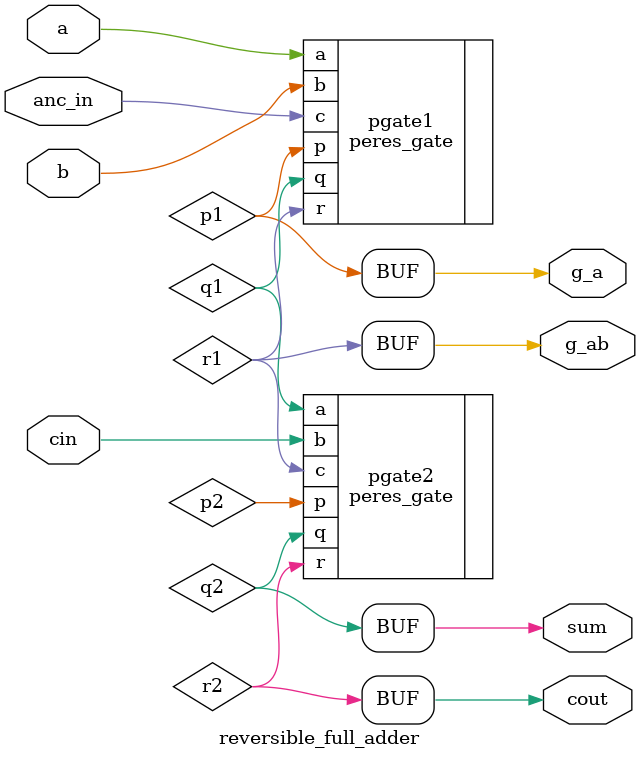
<source format=v>

module reversible_full_adder (
    input  wire a,
    input  wire b,
    input  wire cin,
    input  wire anc_in,    // ancilla input, should be 0 for correct logical operation
    output wire sum,
    output wire cout,
    output wire g_a,       // preserved a (garbage/preserved line)
    output wire g_ab       // intermediate garbage (a & b) ^ anc_in after first Peres
);
    // First Peres: (a, b, anc_in) -> (a, a^b, (a & b) ^ anc_in)
    wire p1, q1, r1;
    peres_gate pgate1 (
        .a(a),
        .b(b),
        .c(anc_in),
        .p(p1),
        .q(q1),
        .r(r1)
    );

    // Second Peres: (q1, cin, r1) -> (q1, q1^cin, (q1 & cin) ^ r1)
    // q1^cin is the sum, (q1 & cin) ^ r1 is the carry-out
    wire p2, q2, r2;
    peres_gate pgate2 (
        .a(q1),
        .b(cin),
        .c(r1),
        .p(p2),
        .q(q2),
        .r(r2)
    );

    assign sum = q2;   // q1 ^ cin = a ^ b ^ cin
    assign cout = r2;  // (q1 & cin) ^ r1 -> majority(a,b,cin)
    // expose garbage/preserved lines so caller can uncompute if desired
    assign g_a  = p1;  // equals a (preserved input line)
    assign g_ab = r1;  // intermediate (a & b) ^ anc_in

endmodule
</source>
